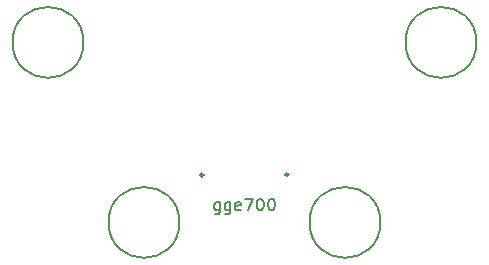
<source format=gbr>
%TF.GenerationSoftware,KiCad,Pcbnew,7.0.5*%
%TF.CreationDate,2024-03-06T11:24:05-05:00*%
%TF.ProjectId,commapogo_fem,636f6d6d-6170-46f6-976f-5f66656d2e6b,rev?*%
%TF.SameCoordinates,Original*%
%TF.FileFunction,Other,Comment*%
%FSLAX46Y46*%
G04 Gerber Fmt 4.6, Leading zero omitted, Abs format (unit mm)*
G04 Created by KiCad (PCBNEW 7.0.5) date 2024-03-06 11:24:05*
%MOMM*%
%LPD*%
G01*
G04 APERTURE LIST*
%ADD10C,0.150000*%
%ADD11C,0.250000*%
G04 APERTURE END LIST*
D10*
%TO.C,J2*%
X-2095239Y-6698152D02*
X-2095239Y-7507676D01*
X-2095239Y-7507676D02*
X-2142858Y-7602914D01*
X-2142858Y-7602914D02*
X-2190477Y-7650533D01*
X-2190477Y-7650533D02*
X-2285715Y-7698152D01*
X-2285715Y-7698152D02*
X-2428572Y-7698152D01*
X-2428572Y-7698152D02*
X-2523810Y-7650533D01*
X-2095239Y-7317200D02*
X-2190477Y-7364819D01*
X-2190477Y-7364819D02*
X-2380953Y-7364819D01*
X-2380953Y-7364819D02*
X-2476191Y-7317200D01*
X-2476191Y-7317200D02*
X-2523810Y-7269580D01*
X-2523810Y-7269580D02*
X-2571429Y-7174342D01*
X-2571429Y-7174342D02*
X-2571429Y-6888628D01*
X-2571429Y-6888628D02*
X-2523810Y-6793390D01*
X-2523810Y-6793390D02*
X-2476191Y-6745771D01*
X-2476191Y-6745771D02*
X-2380953Y-6698152D01*
X-2380953Y-6698152D02*
X-2190477Y-6698152D01*
X-2190477Y-6698152D02*
X-2095239Y-6745771D01*
X-1190477Y-6698152D02*
X-1190477Y-7507676D01*
X-1190477Y-7507676D02*
X-1238096Y-7602914D01*
X-1238096Y-7602914D02*
X-1285715Y-7650533D01*
X-1285715Y-7650533D02*
X-1380953Y-7698152D01*
X-1380953Y-7698152D02*
X-1523810Y-7698152D01*
X-1523810Y-7698152D02*
X-1619048Y-7650533D01*
X-1190477Y-7317200D02*
X-1285715Y-7364819D01*
X-1285715Y-7364819D02*
X-1476191Y-7364819D01*
X-1476191Y-7364819D02*
X-1571429Y-7317200D01*
X-1571429Y-7317200D02*
X-1619048Y-7269580D01*
X-1619048Y-7269580D02*
X-1666667Y-7174342D01*
X-1666667Y-7174342D02*
X-1666667Y-6888628D01*
X-1666667Y-6888628D02*
X-1619048Y-6793390D01*
X-1619048Y-6793390D02*
X-1571429Y-6745771D01*
X-1571429Y-6745771D02*
X-1476191Y-6698152D01*
X-1476191Y-6698152D02*
X-1285715Y-6698152D01*
X-1285715Y-6698152D02*
X-1190477Y-6745771D01*
X-333334Y-7317200D02*
X-428572Y-7364819D01*
X-428572Y-7364819D02*
X-619048Y-7364819D01*
X-619048Y-7364819D02*
X-714286Y-7317200D01*
X-714286Y-7317200D02*
X-761905Y-7221961D01*
X-761905Y-7221961D02*
X-761905Y-6841009D01*
X-761905Y-6841009D02*
X-714286Y-6745771D01*
X-714286Y-6745771D02*
X-619048Y-6698152D01*
X-619048Y-6698152D02*
X-428572Y-6698152D01*
X-428572Y-6698152D02*
X-333334Y-6745771D01*
X-333334Y-6745771D02*
X-285715Y-6841009D01*
X-285715Y-6841009D02*
X-285715Y-6936247D01*
X-285715Y-6936247D02*
X-761905Y-7031485D01*
X47619Y-6364819D02*
X714285Y-6364819D01*
X714285Y-6364819D02*
X285714Y-7364819D01*
X1285714Y-6364819D02*
X1380952Y-6364819D01*
X1380952Y-6364819D02*
X1476190Y-6412438D01*
X1476190Y-6412438D02*
X1523809Y-6460057D01*
X1523809Y-6460057D02*
X1571428Y-6555295D01*
X1571428Y-6555295D02*
X1619047Y-6745771D01*
X1619047Y-6745771D02*
X1619047Y-6983866D01*
X1619047Y-6983866D02*
X1571428Y-7174342D01*
X1571428Y-7174342D02*
X1523809Y-7269580D01*
X1523809Y-7269580D02*
X1476190Y-7317200D01*
X1476190Y-7317200D02*
X1380952Y-7364819D01*
X1380952Y-7364819D02*
X1285714Y-7364819D01*
X1285714Y-7364819D02*
X1190476Y-7317200D01*
X1190476Y-7317200D02*
X1142857Y-7269580D01*
X1142857Y-7269580D02*
X1095238Y-7174342D01*
X1095238Y-7174342D02*
X1047619Y-6983866D01*
X1047619Y-6983866D02*
X1047619Y-6745771D01*
X1047619Y-6745771D02*
X1095238Y-6555295D01*
X1095238Y-6555295D02*
X1142857Y-6460057D01*
X1142857Y-6460057D02*
X1190476Y-6412438D01*
X1190476Y-6412438D02*
X1285714Y-6364819D01*
X2238095Y-6364819D02*
X2333333Y-6364819D01*
X2333333Y-6364819D02*
X2428571Y-6412438D01*
X2428571Y-6412438D02*
X2476190Y-6460057D01*
X2476190Y-6460057D02*
X2523809Y-6555295D01*
X2523809Y-6555295D02*
X2571428Y-6745771D01*
X2571428Y-6745771D02*
X2571428Y-6983866D01*
X2571428Y-6983866D02*
X2523809Y-7174342D01*
X2523809Y-7174342D02*
X2476190Y-7269580D01*
X2476190Y-7269580D02*
X2428571Y-7317200D01*
X2428571Y-7317200D02*
X2333333Y-7364819D01*
X2333333Y-7364819D02*
X2238095Y-7364819D01*
X2238095Y-7364819D02*
X2142857Y-7317200D01*
X2142857Y-7317200D02*
X2095238Y-7269580D01*
X2095238Y-7269580D02*
X2047619Y-7174342D01*
X2047619Y-7174342D02*
X2000000Y-6983866D01*
X2000000Y-6983866D02*
X2000000Y-6745771D01*
X2000000Y-6745771D02*
X2047619Y-6555295D01*
X2047619Y-6555295D02*
X2095238Y-6460057D01*
X2095238Y-6460057D02*
X2142857Y-6412438D01*
X2142857Y-6412438D02*
X2238095Y-6364819D01*
%TO.C,H1*%
X-13637000Y6858000D02*
G75*
G03*
X-13637000Y6858000I-3000000J0D01*
G01*
D11*
%TO.C,J2*%
X-3475000Y-4370000D02*
G75*
G03*
X-3475000Y-4370000I-125000J0D01*
G01*
X3720000Y-4335000D02*
G75*
G03*
X3720000Y-4335000I-125000J0D01*
G01*
D10*
%TO.C,H4*%
X11509000Y-8382000D02*
G75*
G03*
X11509000Y-8382000I-3000000J0D01*
G01*
%TO.C,H3*%
X-5509000Y-8382000D02*
G75*
G03*
X-5509000Y-8382000I-3000000J0D01*
G01*
%TO.C,H2*%
X19637000Y6858000D02*
G75*
G03*
X19637000Y6858000I-3000000J0D01*
G01*
%TD*%
M02*

</source>
